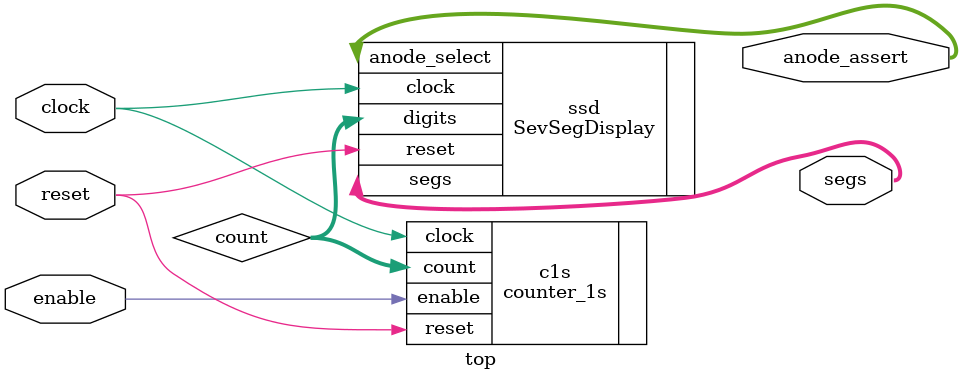
<source format=sv>
module top (
	input  logic clock,
	input  logic reset,
	input  logic enable,
	output logic [7:0] anode_assert,
	output logic [6:0] segs
);
	logic [31:0] count;

	counter_1s c1s (
		.clock  (clock),
		.reset  (reset),
		.enable (enable),
		.count  (count)
	);

	SevSegDisplay ssd (
		.clock        (clock),
		.reset        (reset),
		.digits       (count),
		.anode_select (anode_assert),
		.segs         (segs)
	);
endmodule

</source>
